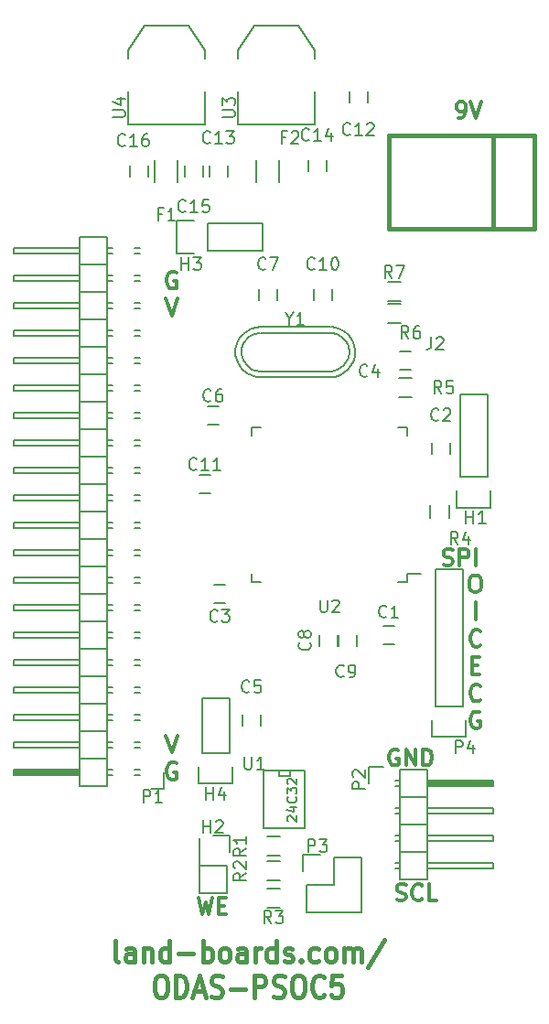
<source format=gbr>
G04 #@! TF.FileFunction,Legend,Top*
%FSLAX46Y46*%
G04 Gerber Fmt 4.6, Leading zero omitted, Abs format (unit mm)*
G04 Created by KiCad (PCBNEW (after 2015-mar-04 BZR unknown)-product) date 11/7/2016 11:50:26 AM*
%MOMM*%
G01*
G04 APERTURE LIST*
%ADD10C,0.100000*%
%ADD11C,0.300000*%
%ADD12C,0.450000*%
%ADD13C,0.150000*%
%ADD14C,0.127000*%
%ADD15C,0.381000*%
%ADD16C,0.203200*%
%ADD17C,0.152400*%
G04 APERTURE END LIST*
D10*
D11*
X25815774Y-36299000D02*
X25664583Y-36223405D01*
X25437798Y-36223405D01*
X25211012Y-36299000D01*
X25059821Y-36450190D01*
X24984226Y-36601381D01*
X24908631Y-36903762D01*
X24908631Y-37130548D01*
X24984226Y-37432929D01*
X25059821Y-37584119D01*
X25211012Y-37735310D01*
X25437798Y-37810905D01*
X25588988Y-37810905D01*
X25815774Y-37735310D01*
X25891369Y-37659714D01*
X25891369Y-37130548D01*
X25588988Y-37130548D01*
X24870833Y-38745905D02*
X25400000Y-40333405D01*
X25929167Y-38745905D01*
X50534286Y-63345143D02*
X50748572Y-63416571D01*
X51105715Y-63416571D01*
X51248572Y-63345143D01*
X51320001Y-63273714D01*
X51391429Y-63130857D01*
X51391429Y-62988000D01*
X51320001Y-62845143D01*
X51248572Y-62773714D01*
X51105715Y-62702286D01*
X50820001Y-62630857D01*
X50677143Y-62559429D01*
X50605715Y-62488000D01*
X50534286Y-62345143D01*
X50534286Y-62202286D01*
X50605715Y-62059429D01*
X50677143Y-61988000D01*
X50820001Y-61916571D01*
X51177143Y-61916571D01*
X51391429Y-61988000D01*
X52034286Y-63416571D02*
X52034286Y-61916571D01*
X52605714Y-61916571D01*
X52748572Y-61988000D01*
X52820000Y-62059429D01*
X52891429Y-62202286D01*
X52891429Y-62416571D01*
X52820000Y-62559429D01*
X52748572Y-62630857D01*
X52605714Y-62702286D01*
X52034286Y-62702286D01*
X53534286Y-63416571D02*
X53534286Y-61916571D01*
X53348810Y-64324405D02*
X53651191Y-64324405D01*
X53802382Y-64400000D01*
X53953572Y-64551190D01*
X54029167Y-64853571D01*
X54029167Y-65382738D01*
X53953572Y-65685119D01*
X53802382Y-65836310D01*
X53651191Y-65911905D01*
X53348810Y-65911905D01*
X53197620Y-65836310D01*
X53046429Y-65685119D01*
X52970834Y-65382738D01*
X52970834Y-64853571D01*
X53046429Y-64551190D01*
X53197620Y-64400000D01*
X53348810Y-64324405D01*
X53500000Y-68434405D02*
X53500000Y-66846905D01*
X53991369Y-70805714D02*
X53915774Y-70881310D01*
X53688988Y-70956905D01*
X53537798Y-70956905D01*
X53311012Y-70881310D01*
X53159821Y-70730119D01*
X53084226Y-70578929D01*
X53008631Y-70276548D01*
X53008631Y-70049762D01*
X53084226Y-69747381D01*
X53159821Y-69596190D01*
X53311012Y-69445000D01*
X53537798Y-69369405D01*
X53688988Y-69369405D01*
X53915774Y-69445000D01*
X53991369Y-69520595D01*
X53159821Y-72647857D02*
X53688988Y-72647857D01*
X53915774Y-73479405D02*
X53159821Y-73479405D01*
X53159821Y-71891905D01*
X53915774Y-71891905D01*
X53991369Y-75850714D02*
X53915774Y-75926310D01*
X53688988Y-76001905D01*
X53537798Y-76001905D01*
X53311012Y-75926310D01*
X53159821Y-75775119D01*
X53084226Y-75623929D01*
X53008631Y-75321548D01*
X53008631Y-75094762D01*
X53084226Y-74792381D01*
X53159821Y-74641190D01*
X53311012Y-74490000D01*
X53537798Y-74414405D01*
X53688988Y-74414405D01*
X53915774Y-74490000D01*
X53991369Y-74565595D01*
X53915774Y-77012500D02*
X53764583Y-76936905D01*
X53537798Y-76936905D01*
X53311012Y-77012500D01*
X53159821Y-77163690D01*
X53084226Y-77314881D01*
X53008631Y-77617262D01*
X53008631Y-77844048D01*
X53084226Y-78146429D01*
X53159821Y-78297619D01*
X53311012Y-78448810D01*
X53537798Y-78524405D01*
X53688988Y-78524405D01*
X53915774Y-78448810D01*
X53991369Y-78373214D01*
X53991369Y-77844048D01*
X53688988Y-77844048D01*
X46214286Y-94357143D02*
X46428572Y-94428571D01*
X46785715Y-94428571D01*
X46928572Y-94357143D01*
X47000001Y-94285714D01*
X47071429Y-94142857D01*
X47071429Y-94000000D01*
X47000001Y-93857143D01*
X46928572Y-93785714D01*
X46785715Y-93714286D01*
X46500001Y-93642857D01*
X46357143Y-93571429D01*
X46285715Y-93500000D01*
X46214286Y-93357143D01*
X46214286Y-93214286D01*
X46285715Y-93071429D01*
X46357143Y-93000000D01*
X46500001Y-92928571D01*
X46857143Y-92928571D01*
X47071429Y-93000000D01*
X48571429Y-94285714D02*
X48500000Y-94357143D01*
X48285714Y-94428571D01*
X48142857Y-94428571D01*
X47928572Y-94357143D01*
X47785714Y-94214286D01*
X47714286Y-94071429D01*
X47642857Y-93785714D01*
X47642857Y-93571429D01*
X47714286Y-93285714D01*
X47785714Y-93142857D01*
X47928572Y-93000000D01*
X48142857Y-92928571D01*
X48285714Y-92928571D01*
X48500000Y-93000000D01*
X48571429Y-93071429D01*
X49928572Y-94428571D02*
X49214286Y-94428571D01*
X49214286Y-92928571D01*
X46357143Y-80500000D02*
X46214286Y-80428571D01*
X46000000Y-80428571D01*
X45785715Y-80500000D01*
X45642857Y-80642857D01*
X45571429Y-80785714D01*
X45500000Y-81071429D01*
X45500000Y-81285714D01*
X45571429Y-81571429D01*
X45642857Y-81714286D01*
X45785715Y-81857143D01*
X46000000Y-81928571D01*
X46142857Y-81928571D01*
X46357143Y-81857143D01*
X46428572Y-81785714D01*
X46428572Y-81285714D01*
X46142857Y-81285714D01*
X47071429Y-81928571D02*
X47071429Y-80428571D01*
X47928572Y-81928571D01*
X47928572Y-80428571D01*
X48642858Y-81928571D02*
X48642858Y-80428571D01*
X49000001Y-80428571D01*
X49214286Y-80500000D01*
X49357144Y-80642857D01*
X49428572Y-80785714D01*
X49500001Y-81071429D01*
X49500001Y-81285714D01*
X49428572Y-81571429D01*
X49357144Y-81714286D01*
X49214286Y-81857143D01*
X49000001Y-81928571D01*
X48642858Y-81928571D01*
X27888572Y-94174571D02*
X28245715Y-95674571D01*
X28531429Y-94603143D01*
X28817143Y-95674571D01*
X29174286Y-94174571D01*
X29745715Y-94888857D02*
X30245715Y-94888857D01*
X30460001Y-95674571D02*
X29745715Y-95674571D01*
X29745715Y-94174571D01*
X30460001Y-94174571D01*
X24870833Y-79149405D02*
X25400000Y-80736905D01*
X25929167Y-79149405D01*
X25815774Y-81747500D02*
X25664583Y-81671905D01*
X25437798Y-81671905D01*
X25211012Y-81747500D01*
X25059821Y-81898690D01*
X24984226Y-82049881D01*
X24908631Y-82352262D01*
X24908631Y-82579048D01*
X24984226Y-82881429D01*
X25059821Y-83032619D01*
X25211012Y-83183810D01*
X25437798Y-83259405D01*
X25588988Y-83259405D01*
X25815774Y-83183810D01*
X25891369Y-83108214D01*
X25891369Y-82579048D01*
X25588988Y-82579048D01*
X51903429Y-22014571D02*
X52189144Y-22014571D01*
X52332001Y-21943143D01*
X52403429Y-21871714D01*
X52546287Y-21657429D01*
X52617715Y-21371714D01*
X52617715Y-20800286D01*
X52546287Y-20657429D01*
X52474858Y-20586000D01*
X52332001Y-20514571D01*
X52046287Y-20514571D01*
X51903429Y-20586000D01*
X51832001Y-20657429D01*
X51760572Y-20800286D01*
X51760572Y-21157429D01*
X51832001Y-21300286D01*
X51903429Y-21371714D01*
X52046287Y-21443143D01*
X52332001Y-21443143D01*
X52474858Y-21371714D01*
X52546287Y-21300286D01*
X52617715Y-21157429D01*
X53046286Y-20514571D02*
X53546286Y-22014571D01*
X54046286Y-20514571D01*
D12*
X20469145Y-100117762D02*
X20297717Y-100022524D01*
X20212002Y-99832048D01*
X20212002Y-98117762D01*
X21926288Y-100117762D02*
X21926288Y-99070143D01*
X21840574Y-98879667D01*
X21669145Y-98784429D01*
X21326288Y-98784429D01*
X21154859Y-98879667D01*
X21926288Y-100022524D02*
X21754859Y-100117762D01*
X21326288Y-100117762D01*
X21154859Y-100022524D01*
X21069145Y-99832048D01*
X21069145Y-99641571D01*
X21154859Y-99451095D01*
X21326288Y-99355857D01*
X21754859Y-99355857D01*
X21926288Y-99260619D01*
X22783430Y-98784429D02*
X22783430Y-100117762D01*
X22783430Y-98974905D02*
X22869145Y-98879667D01*
X23040573Y-98784429D01*
X23297716Y-98784429D01*
X23469145Y-98879667D01*
X23554859Y-99070143D01*
X23554859Y-100117762D01*
X25183430Y-100117762D02*
X25183430Y-98117762D01*
X25183430Y-100022524D02*
X25012001Y-100117762D01*
X24669144Y-100117762D01*
X24497716Y-100022524D01*
X24412001Y-99927286D01*
X24326287Y-99736810D01*
X24326287Y-99165381D01*
X24412001Y-98974905D01*
X24497716Y-98879667D01*
X24669144Y-98784429D01*
X25012001Y-98784429D01*
X25183430Y-98879667D01*
X26040572Y-99355857D02*
X27412001Y-99355857D01*
X28269143Y-100117762D02*
X28269143Y-98117762D01*
X28269143Y-98879667D02*
X28440572Y-98784429D01*
X28783429Y-98784429D01*
X28954858Y-98879667D01*
X29040572Y-98974905D01*
X29126286Y-99165381D01*
X29126286Y-99736810D01*
X29040572Y-99927286D01*
X28954858Y-100022524D01*
X28783429Y-100117762D01*
X28440572Y-100117762D01*
X28269143Y-100022524D01*
X30154857Y-100117762D02*
X29983429Y-100022524D01*
X29897714Y-99927286D01*
X29812000Y-99736810D01*
X29812000Y-99165381D01*
X29897714Y-98974905D01*
X29983429Y-98879667D01*
X30154857Y-98784429D01*
X30412000Y-98784429D01*
X30583429Y-98879667D01*
X30669143Y-98974905D01*
X30754857Y-99165381D01*
X30754857Y-99736810D01*
X30669143Y-99927286D01*
X30583429Y-100022524D01*
X30412000Y-100117762D01*
X30154857Y-100117762D01*
X32297714Y-100117762D02*
X32297714Y-99070143D01*
X32212000Y-98879667D01*
X32040571Y-98784429D01*
X31697714Y-98784429D01*
X31526285Y-98879667D01*
X32297714Y-100022524D02*
X32126285Y-100117762D01*
X31697714Y-100117762D01*
X31526285Y-100022524D01*
X31440571Y-99832048D01*
X31440571Y-99641571D01*
X31526285Y-99451095D01*
X31697714Y-99355857D01*
X32126285Y-99355857D01*
X32297714Y-99260619D01*
X33154856Y-100117762D02*
X33154856Y-98784429D01*
X33154856Y-99165381D02*
X33240571Y-98974905D01*
X33326285Y-98879667D01*
X33497714Y-98784429D01*
X33669142Y-98784429D01*
X35040571Y-100117762D02*
X35040571Y-98117762D01*
X35040571Y-100022524D02*
X34869142Y-100117762D01*
X34526285Y-100117762D01*
X34354857Y-100022524D01*
X34269142Y-99927286D01*
X34183428Y-99736810D01*
X34183428Y-99165381D01*
X34269142Y-98974905D01*
X34354857Y-98879667D01*
X34526285Y-98784429D01*
X34869142Y-98784429D01*
X35040571Y-98879667D01*
X35811999Y-100022524D02*
X35983428Y-100117762D01*
X36326285Y-100117762D01*
X36497713Y-100022524D01*
X36583428Y-99832048D01*
X36583428Y-99736810D01*
X36497713Y-99546333D01*
X36326285Y-99451095D01*
X36069142Y-99451095D01*
X35897713Y-99355857D01*
X35811999Y-99165381D01*
X35811999Y-99070143D01*
X35897713Y-98879667D01*
X36069142Y-98784429D01*
X36326285Y-98784429D01*
X36497713Y-98879667D01*
X37354856Y-99927286D02*
X37440571Y-100022524D01*
X37354856Y-100117762D01*
X37269142Y-100022524D01*
X37354856Y-99927286D01*
X37354856Y-100117762D01*
X38983428Y-100022524D02*
X38811999Y-100117762D01*
X38469142Y-100117762D01*
X38297714Y-100022524D01*
X38211999Y-99927286D01*
X38126285Y-99736810D01*
X38126285Y-99165381D01*
X38211999Y-98974905D01*
X38297714Y-98879667D01*
X38469142Y-98784429D01*
X38811999Y-98784429D01*
X38983428Y-98879667D01*
X40011999Y-100117762D02*
X39840571Y-100022524D01*
X39754856Y-99927286D01*
X39669142Y-99736810D01*
X39669142Y-99165381D01*
X39754856Y-98974905D01*
X39840571Y-98879667D01*
X40011999Y-98784429D01*
X40269142Y-98784429D01*
X40440571Y-98879667D01*
X40526285Y-98974905D01*
X40611999Y-99165381D01*
X40611999Y-99736810D01*
X40526285Y-99927286D01*
X40440571Y-100022524D01*
X40269142Y-100117762D01*
X40011999Y-100117762D01*
X41383427Y-100117762D02*
X41383427Y-98784429D01*
X41383427Y-98974905D02*
X41469142Y-98879667D01*
X41640570Y-98784429D01*
X41897713Y-98784429D01*
X42069142Y-98879667D01*
X42154856Y-99070143D01*
X42154856Y-100117762D01*
X42154856Y-99070143D02*
X42240570Y-98879667D01*
X42411999Y-98784429D01*
X42669142Y-98784429D01*
X42840570Y-98879667D01*
X42926285Y-99070143D01*
X42926285Y-100117762D01*
X45069142Y-98022524D02*
X43526285Y-100593952D01*
X24240572Y-101367762D02*
X24583429Y-101367762D01*
X24754857Y-101463000D01*
X24926286Y-101653476D01*
X25012000Y-102034429D01*
X25012000Y-102701095D01*
X24926286Y-103082048D01*
X24754857Y-103272524D01*
X24583429Y-103367762D01*
X24240572Y-103367762D01*
X24069143Y-103272524D01*
X23897714Y-103082048D01*
X23812000Y-102701095D01*
X23812000Y-102034429D01*
X23897714Y-101653476D01*
X24069143Y-101463000D01*
X24240572Y-101367762D01*
X25783428Y-103367762D02*
X25783428Y-101367762D01*
X26212000Y-101367762D01*
X26469143Y-101463000D01*
X26640571Y-101653476D01*
X26726286Y-101843952D01*
X26812000Y-102224905D01*
X26812000Y-102510619D01*
X26726286Y-102891571D01*
X26640571Y-103082048D01*
X26469143Y-103272524D01*
X26212000Y-103367762D01*
X25783428Y-103367762D01*
X27497714Y-102796333D02*
X28354857Y-102796333D01*
X27326286Y-103367762D02*
X27926286Y-101367762D01*
X28526286Y-103367762D01*
X29040571Y-103272524D02*
X29297714Y-103367762D01*
X29726285Y-103367762D01*
X29897714Y-103272524D01*
X29983428Y-103177286D01*
X30069143Y-102986810D01*
X30069143Y-102796333D01*
X29983428Y-102605857D01*
X29897714Y-102510619D01*
X29726285Y-102415381D01*
X29383428Y-102320143D01*
X29212000Y-102224905D01*
X29126285Y-102129667D01*
X29040571Y-101939190D01*
X29040571Y-101748714D01*
X29126285Y-101558238D01*
X29212000Y-101463000D01*
X29383428Y-101367762D01*
X29812000Y-101367762D01*
X30069143Y-101463000D01*
X30840571Y-102605857D02*
X32212000Y-102605857D01*
X33069142Y-103367762D02*
X33069142Y-101367762D01*
X33754857Y-101367762D01*
X33926285Y-101463000D01*
X34012000Y-101558238D01*
X34097714Y-101748714D01*
X34097714Y-102034429D01*
X34012000Y-102224905D01*
X33926285Y-102320143D01*
X33754857Y-102415381D01*
X33069142Y-102415381D01*
X34783428Y-103272524D02*
X35040571Y-103367762D01*
X35469142Y-103367762D01*
X35640571Y-103272524D01*
X35726285Y-103177286D01*
X35812000Y-102986810D01*
X35812000Y-102796333D01*
X35726285Y-102605857D01*
X35640571Y-102510619D01*
X35469142Y-102415381D01*
X35126285Y-102320143D01*
X34954857Y-102224905D01*
X34869142Y-102129667D01*
X34783428Y-101939190D01*
X34783428Y-101748714D01*
X34869142Y-101558238D01*
X34954857Y-101463000D01*
X35126285Y-101367762D01*
X35554857Y-101367762D01*
X35812000Y-101463000D01*
X36926286Y-101367762D02*
X37269143Y-101367762D01*
X37440571Y-101463000D01*
X37612000Y-101653476D01*
X37697714Y-102034429D01*
X37697714Y-102701095D01*
X37612000Y-103082048D01*
X37440571Y-103272524D01*
X37269143Y-103367762D01*
X36926286Y-103367762D01*
X36754857Y-103272524D01*
X36583428Y-103082048D01*
X36497714Y-102701095D01*
X36497714Y-102034429D01*
X36583428Y-101653476D01*
X36754857Y-101463000D01*
X36926286Y-101367762D01*
X39497714Y-103177286D02*
X39412000Y-103272524D01*
X39154857Y-103367762D01*
X38983428Y-103367762D01*
X38726285Y-103272524D01*
X38554857Y-103082048D01*
X38469142Y-102891571D01*
X38383428Y-102510619D01*
X38383428Y-102224905D01*
X38469142Y-101843952D01*
X38554857Y-101653476D01*
X38726285Y-101463000D01*
X38983428Y-101367762D01*
X39154857Y-101367762D01*
X39412000Y-101463000D01*
X39497714Y-101558238D01*
X41126285Y-101367762D02*
X40269142Y-101367762D01*
X40183428Y-102320143D01*
X40269142Y-102224905D01*
X40440571Y-102129667D01*
X40869142Y-102129667D01*
X41040571Y-102224905D01*
X41126285Y-102320143D01*
X41212000Y-102510619D01*
X41212000Y-102986810D01*
X41126285Y-103177286D01*
X41040571Y-103272524D01*
X40869142Y-103367762D01*
X40440571Y-103367762D01*
X40269142Y-103272524D01*
X40183428Y-103177286D01*
D13*
X47180000Y-64960000D02*
X47180000Y-64235000D01*
X32830000Y-64960000D02*
X32830000Y-64160000D01*
X32830000Y-50610000D02*
X32830000Y-51410000D01*
X47180000Y-50610000D02*
X47180000Y-51410000D01*
X47180000Y-64960000D02*
X46380000Y-64960000D01*
X47180000Y-50610000D02*
X46380000Y-50610000D01*
X32830000Y-50610000D02*
X33630000Y-50610000D01*
X32830000Y-64960000D02*
X33630000Y-64960000D01*
X47180000Y-64235000D02*
X48455000Y-64235000D01*
X45966000Y-69000000D02*
X44966000Y-69000000D01*
X44966000Y-70700000D02*
X45966000Y-70700000D01*
X49442000Y-52078000D02*
X49442000Y-53078000D01*
X51142000Y-53078000D02*
X51142000Y-52078000D01*
X29345000Y-66890000D02*
X30345000Y-66890000D01*
X30345000Y-65190000D02*
X29345000Y-65190000D01*
X46490000Y-45300000D02*
X47490000Y-45300000D01*
X47490000Y-43600000D02*
X46490000Y-43600000D01*
X31916000Y-77224000D02*
X31916000Y-78224000D01*
X33616000Y-78224000D02*
X33616000Y-77224000D01*
X28710000Y-50380000D02*
X29710000Y-50380000D01*
X29710000Y-48680000D02*
X28710000Y-48680000D01*
X39028000Y-69858000D02*
X39028000Y-70858000D01*
X40728000Y-70858000D02*
X40728000Y-69858000D01*
X40806000Y-69858000D02*
X40806000Y-70858000D01*
X42506000Y-70858000D02*
X42506000Y-69858000D01*
X28948000Y-55030000D02*
X27948000Y-55030000D01*
X27948000Y-56730000D02*
X28948000Y-56730000D01*
X25967000Y-25924000D02*
X25967000Y-27924000D01*
X23817000Y-27924000D02*
X23817000Y-25924000D01*
X35365000Y-25924000D02*
X35365000Y-27924000D01*
X33215000Y-27924000D02*
X33215000Y-25924000D01*
X54610000Y-55245000D02*
X54610000Y-47625000D01*
X52070000Y-55245000D02*
X52070000Y-47625000D01*
X51790000Y-58065000D02*
X51790000Y-56515000D01*
X54610000Y-47625000D02*
X52070000Y-47625000D01*
X52070000Y-55245000D02*
X54610000Y-55245000D01*
X54890000Y-56515000D02*
X54890000Y-58065000D01*
X54890000Y-58065000D02*
X51790000Y-58065000D01*
X29210000Y-88366000D02*
X30760000Y-88366000D01*
X30760000Y-89916000D02*
X30760000Y-88366000D01*
X27940000Y-88646000D02*
X27940000Y-91186000D01*
X30480000Y-93726000D02*
X30480000Y-91186000D01*
X30480000Y-91186000D02*
X27940000Y-91186000D01*
X27940000Y-91186000D02*
X27940000Y-93726000D01*
X27940000Y-93726000D02*
X30480000Y-93726000D01*
X28702000Y-34290000D02*
X33782000Y-34290000D01*
X33782000Y-34290000D02*
X33782000Y-31750000D01*
X33782000Y-31750000D02*
X28702000Y-31750000D01*
X25882000Y-31470000D02*
X27432000Y-31470000D01*
X28702000Y-31750000D02*
X28702000Y-34290000D01*
X27432000Y-34570000D02*
X25882000Y-34570000D01*
X25882000Y-34570000D02*
X25882000Y-31470000D01*
X30734000Y-80772000D02*
X30734000Y-75692000D01*
X30734000Y-75692000D02*
X28194000Y-75692000D01*
X28194000Y-75692000D02*
X28194000Y-80772000D01*
X27914000Y-83592000D02*
X27914000Y-82042000D01*
X28194000Y-80772000D02*
X30734000Y-80772000D01*
X31014000Y-82042000D02*
X31014000Y-83592000D01*
X31014000Y-83592000D02*
X27914000Y-83592000D01*
X34198000Y-88533000D02*
X35398000Y-88533000D01*
X35398000Y-90283000D02*
X34198000Y-90283000D01*
X34198000Y-90819000D02*
X35398000Y-90819000D01*
X35398000Y-92569000D02*
X34198000Y-92569000D01*
X34198000Y-93359000D02*
X35398000Y-93359000D01*
X35398000Y-95109000D02*
X34198000Y-95109000D01*
X49290000Y-59020000D02*
X49290000Y-57820000D01*
X51040000Y-57820000D02*
X51040000Y-59020000D01*
X47590000Y-47865000D02*
X46390000Y-47865000D01*
X46390000Y-46115000D02*
X47590000Y-46115000D01*
D14*
X34036000Y-82423000D02*
X33909000Y-82423000D01*
X33909000Y-82423000D02*
X33909000Y-87757000D01*
X37719000Y-87757000D02*
X37719000Y-82423000D01*
X37719000Y-82423000D02*
X34036000Y-82423000D01*
X36322000Y-82423000D02*
X36322000Y-82931000D01*
X36322000Y-82931000D02*
X35306000Y-82931000D01*
X35306000Y-82931000D02*
X35306000Y-82423000D01*
X37719000Y-87757000D02*
X33909000Y-87757000D01*
D15*
X58166000Y-32258000D02*
X58928000Y-32258000D01*
X58928000Y-32258000D02*
X58928000Y-23622000D01*
X58928000Y-23622000D02*
X58166000Y-23622000D01*
X55118000Y-32258000D02*
X55118000Y-23622000D01*
X45466000Y-32258000D02*
X45466000Y-23622000D01*
X58166000Y-23622000D02*
X45466000Y-23622000D01*
X58166000Y-32258000D02*
X45466000Y-32258000D01*
D16*
X31496000Y-19558000D02*
X31496000Y-22606000D01*
X31496000Y-22606000D02*
X38608000Y-22606000D01*
X38608000Y-22606000D02*
X38608000Y-19558000D01*
X31496000Y-16510000D02*
X31496000Y-15748000D01*
X31496000Y-15748000D02*
X33020000Y-13462000D01*
X33020000Y-13462000D02*
X37084000Y-13462000D01*
X37084000Y-13462000D02*
X38608000Y-15748000D01*
X38608000Y-15748000D02*
X38608000Y-16510000D01*
X21336000Y-19558000D02*
X21336000Y-22606000D01*
X21336000Y-22606000D02*
X28448000Y-22606000D01*
X28448000Y-22606000D02*
X28448000Y-19558000D01*
X21336000Y-16510000D02*
X21336000Y-15748000D01*
X21336000Y-15748000D02*
X22860000Y-13462000D01*
X22860000Y-13462000D02*
X26924000Y-13462000D01*
X26924000Y-13462000D02*
X28448000Y-15748000D01*
X28448000Y-15748000D02*
X28448000Y-16510000D01*
D13*
X21971000Y-72644000D02*
X22479000Y-72644000D01*
X21971000Y-72136000D02*
X22479000Y-72136000D01*
X21971000Y-70104000D02*
X22479000Y-70104000D01*
X21971000Y-69596000D02*
X22479000Y-69596000D01*
X21971000Y-74676000D02*
X22479000Y-74676000D01*
X21971000Y-75184000D02*
X22479000Y-75184000D01*
X21971000Y-77216000D02*
X22479000Y-77216000D01*
X21971000Y-77724000D02*
X22479000Y-77724000D01*
X21971000Y-79756000D02*
X22479000Y-79756000D01*
X21971000Y-80264000D02*
X22479000Y-80264000D01*
X21971000Y-82296000D02*
X22479000Y-82296000D01*
X21971000Y-82804000D02*
X22479000Y-82804000D01*
X21971000Y-42164000D02*
X22479000Y-42164000D01*
X21971000Y-41656000D02*
X22479000Y-41656000D01*
X21971000Y-39624000D02*
X22479000Y-39624000D01*
X21971000Y-39116000D02*
X22479000Y-39116000D01*
X21971000Y-44196000D02*
X22479000Y-44196000D01*
X21971000Y-44704000D02*
X22479000Y-44704000D01*
X21971000Y-46736000D02*
X22479000Y-46736000D01*
X21971000Y-47244000D02*
X22479000Y-47244000D01*
X21971000Y-37084000D02*
X22479000Y-37084000D01*
X21971000Y-36576000D02*
X22479000Y-36576000D01*
X21971000Y-34544000D02*
X22479000Y-34544000D01*
X21971000Y-34036000D02*
X22479000Y-34036000D01*
X21971000Y-52324000D02*
X22479000Y-52324000D01*
X21971000Y-51816000D02*
X22479000Y-51816000D01*
X21971000Y-49784000D02*
X22479000Y-49784000D01*
X21971000Y-49276000D02*
X22479000Y-49276000D01*
X21971000Y-54356000D02*
X22479000Y-54356000D01*
X21971000Y-54864000D02*
X22479000Y-54864000D01*
X21971000Y-56896000D02*
X22479000Y-56896000D01*
X21971000Y-57404000D02*
X22479000Y-57404000D01*
X21971000Y-67564000D02*
X22479000Y-67564000D01*
X21971000Y-67056000D02*
X22479000Y-67056000D01*
X21971000Y-65024000D02*
X22479000Y-65024000D01*
X21971000Y-64516000D02*
X22479000Y-64516000D01*
X21971000Y-59436000D02*
X22479000Y-59436000D01*
X21971000Y-59944000D02*
X22479000Y-59944000D01*
X21971000Y-61976000D02*
X22479000Y-61976000D01*
X21971000Y-62484000D02*
X22479000Y-62484000D01*
X19431000Y-37084000D02*
X19939000Y-37084000D01*
X19431000Y-36576000D02*
X19939000Y-36576000D01*
X19431000Y-34544000D02*
X19939000Y-34544000D01*
X19431000Y-34036000D02*
X19939000Y-34036000D01*
X19431000Y-39116000D02*
X19939000Y-39116000D01*
X19431000Y-39624000D02*
X19939000Y-39624000D01*
X19431000Y-41656000D02*
X19939000Y-41656000D01*
X19431000Y-42164000D02*
X19939000Y-42164000D01*
X19431000Y-57404000D02*
X19939000Y-57404000D01*
X19431000Y-56896000D02*
X19939000Y-56896000D01*
X19431000Y-54864000D02*
X19939000Y-54864000D01*
X19431000Y-54356000D02*
X19939000Y-54356000D01*
X19431000Y-59436000D02*
X19939000Y-59436000D01*
X19431000Y-59944000D02*
X19939000Y-59944000D01*
X19431000Y-61976000D02*
X19939000Y-61976000D01*
X19431000Y-62484000D02*
X19939000Y-62484000D01*
X19431000Y-52324000D02*
X19939000Y-52324000D01*
X19431000Y-51816000D02*
X19939000Y-51816000D01*
X19431000Y-49784000D02*
X19939000Y-49784000D01*
X19431000Y-49276000D02*
X19939000Y-49276000D01*
X19431000Y-44196000D02*
X19939000Y-44196000D01*
X19431000Y-44704000D02*
X19939000Y-44704000D01*
X19431000Y-46736000D02*
X19939000Y-46736000D01*
X19431000Y-47244000D02*
X19939000Y-47244000D01*
X19431000Y-67564000D02*
X19939000Y-67564000D01*
X19431000Y-67056000D02*
X19939000Y-67056000D01*
X19431000Y-65024000D02*
X19939000Y-65024000D01*
X19431000Y-64516000D02*
X19939000Y-64516000D01*
X19431000Y-69596000D02*
X19939000Y-69596000D01*
X19431000Y-70104000D02*
X19939000Y-70104000D01*
X19431000Y-72136000D02*
X19939000Y-72136000D01*
X19431000Y-72644000D02*
X19939000Y-72644000D01*
X19431000Y-82804000D02*
X19939000Y-82804000D01*
X19431000Y-82296000D02*
X19939000Y-82296000D01*
X19431000Y-80264000D02*
X19939000Y-80264000D01*
X19431000Y-79756000D02*
X19939000Y-79756000D01*
X19431000Y-74676000D02*
X19939000Y-74676000D01*
X19431000Y-75184000D02*
X19939000Y-75184000D01*
X19431000Y-77216000D02*
X19939000Y-77216000D01*
X19431000Y-77724000D02*
X19939000Y-77724000D01*
X23495000Y-84100000D02*
X24645000Y-84100000D01*
X24645000Y-84100000D02*
X24645000Y-82550000D01*
X16891000Y-82677000D02*
X10922000Y-82677000D01*
X10922000Y-82677000D02*
X10922000Y-82423000D01*
X10922000Y-82423000D02*
X16764000Y-82423000D01*
X16764000Y-82423000D02*
X16764000Y-82550000D01*
X16764000Y-82550000D02*
X10922000Y-82550000D01*
X19431000Y-43180000D02*
X16891000Y-43180000D01*
X19431000Y-43180000D02*
X19431000Y-40640000D01*
X19431000Y-40640000D02*
X16891000Y-40640000D01*
X16891000Y-42164000D02*
X10795000Y-42164000D01*
X10795000Y-42164000D02*
X10795000Y-41656000D01*
X10795000Y-41656000D02*
X16891000Y-41656000D01*
X16891000Y-40640000D02*
X16891000Y-43180000D01*
X16891000Y-38100000D02*
X16891000Y-40640000D01*
X10795000Y-39116000D02*
X16891000Y-39116000D01*
X10795000Y-39624000D02*
X10795000Y-39116000D01*
X16891000Y-39624000D02*
X10795000Y-39624000D01*
X19431000Y-38100000D02*
X16891000Y-38100000D01*
X19431000Y-40640000D02*
X19431000Y-38100000D01*
X19431000Y-40640000D02*
X16891000Y-40640000D01*
X19431000Y-35560000D02*
X16891000Y-35560000D01*
X19431000Y-35560000D02*
X19431000Y-33020000D01*
X16891000Y-34544000D02*
X10795000Y-34544000D01*
X10795000Y-34544000D02*
X10795000Y-34036000D01*
X10795000Y-34036000D02*
X16891000Y-34036000D01*
X16891000Y-33020000D02*
X16891000Y-35560000D01*
X16891000Y-35560000D02*
X16891000Y-38100000D01*
X10795000Y-36576000D02*
X16891000Y-36576000D01*
X10795000Y-37084000D02*
X10795000Y-36576000D01*
X16891000Y-37084000D02*
X10795000Y-37084000D01*
X19431000Y-35560000D02*
X16891000Y-35560000D01*
X19431000Y-38100000D02*
X19431000Y-35560000D01*
X19431000Y-38100000D02*
X16891000Y-38100000D01*
X19431000Y-33020000D02*
X16891000Y-33020000D01*
X19431000Y-63500000D02*
X16891000Y-63500000D01*
X19431000Y-63500000D02*
X19431000Y-60960000D01*
X19431000Y-60960000D02*
X16891000Y-60960000D01*
X16891000Y-62484000D02*
X10795000Y-62484000D01*
X10795000Y-62484000D02*
X10795000Y-61976000D01*
X10795000Y-61976000D02*
X16891000Y-61976000D01*
X16891000Y-60960000D02*
X16891000Y-63500000D01*
X16891000Y-58420000D02*
X16891000Y-60960000D01*
X10795000Y-59436000D02*
X16891000Y-59436000D01*
X10795000Y-59944000D02*
X10795000Y-59436000D01*
X16891000Y-59944000D02*
X10795000Y-59944000D01*
X19431000Y-58420000D02*
X16891000Y-58420000D01*
X19431000Y-60960000D02*
X19431000Y-58420000D01*
X19431000Y-60960000D02*
X16891000Y-60960000D01*
X19431000Y-55880000D02*
X16891000Y-55880000D01*
X19431000Y-55880000D02*
X19431000Y-53340000D01*
X19431000Y-53340000D02*
X16891000Y-53340000D01*
X16891000Y-54864000D02*
X10795000Y-54864000D01*
X10795000Y-54864000D02*
X10795000Y-54356000D01*
X10795000Y-54356000D02*
X16891000Y-54356000D01*
X16891000Y-53340000D02*
X16891000Y-55880000D01*
X16891000Y-55880000D02*
X16891000Y-58420000D01*
X10795000Y-56896000D02*
X16891000Y-56896000D01*
X10795000Y-57404000D02*
X10795000Y-56896000D01*
X16891000Y-57404000D02*
X10795000Y-57404000D01*
X19431000Y-55880000D02*
X16891000Y-55880000D01*
X19431000Y-58420000D02*
X19431000Y-55880000D01*
X19431000Y-58420000D02*
X16891000Y-58420000D01*
X19431000Y-48260000D02*
X16891000Y-48260000D01*
X19431000Y-48260000D02*
X19431000Y-45720000D01*
X19431000Y-45720000D02*
X16891000Y-45720000D01*
X16891000Y-47244000D02*
X10795000Y-47244000D01*
X10795000Y-47244000D02*
X10795000Y-46736000D01*
X10795000Y-46736000D02*
X16891000Y-46736000D01*
X16891000Y-45720000D02*
X16891000Y-48260000D01*
X16891000Y-43180000D02*
X16891000Y-45720000D01*
X10795000Y-44196000D02*
X16891000Y-44196000D01*
X10795000Y-44704000D02*
X10795000Y-44196000D01*
X16891000Y-44704000D02*
X10795000Y-44704000D01*
X19431000Y-43180000D02*
X16891000Y-43180000D01*
X19431000Y-45720000D02*
X19431000Y-43180000D01*
X19431000Y-45720000D02*
X16891000Y-45720000D01*
X19431000Y-50800000D02*
X16891000Y-50800000D01*
X19431000Y-50800000D02*
X19431000Y-48260000D01*
X19431000Y-48260000D02*
X16891000Y-48260000D01*
X16891000Y-49784000D02*
X10795000Y-49784000D01*
X10795000Y-49784000D02*
X10795000Y-49276000D01*
X10795000Y-49276000D02*
X16891000Y-49276000D01*
X16891000Y-48260000D02*
X16891000Y-50800000D01*
X16891000Y-50800000D02*
X16891000Y-53340000D01*
X10795000Y-51816000D02*
X16891000Y-51816000D01*
X10795000Y-52324000D02*
X10795000Y-51816000D01*
X16891000Y-52324000D02*
X10795000Y-52324000D01*
X19431000Y-50800000D02*
X16891000Y-50800000D01*
X19431000Y-53340000D02*
X19431000Y-50800000D01*
X19431000Y-53340000D02*
X16891000Y-53340000D01*
X19431000Y-73660000D02*
X16891000Y-73660000D01*
X19431000Y-73660000D02*
X19431000Y-71120000D01*
X19431000Y-71120000D02*
X16891000Y-71120000D01*
X16891000Y-72644000D02*
X10795000Y-72644000D01*
X10795000Y-72644000D02*
X10795000Y-72136000D01*
X10795000Y-72136000D02*
X16891000Y-72136000D01*
X16891000Y-71120000D02*
X16891000Y-73660000D01*
X16891000Y-68580000D02*
X16891000Y-71120000D01*
X10795000Y-69596000D02*
X16891000Y-69596000D01*
X10795000Y-70104000D02*
X10795000Y-69596000D01*
X16891000Y-70104000D02*
X10795000Y-70104000D01*
X19431000Y-68580000D02*
X16891000Y-68580000D01*
X19431000Y-71120000D02*
X19431000Y-68580000D01*
X19431000Y-71120000D02*
X16891000Y-71120000D01*
X19431000Y-66040000D02*
X16891000Y-66040000D01*
X19431000Y-66040000D02*
X19431000Y-63500000D01*
X19431000Y-63500000D02*
X16891000Y-63500000D01*
X16891000Y-65024000D02*
X10795000Y-65024000D01*
X10795000Y-65024000D02*
X10795000Y-64516000D01*
X10795000Y-64516000D02*
X16891000Y-64516000D01*
X16891000Y-63500000D02*
X16891000Y-66040000D01*
X16891000Y-66040000D02*
X16891000Y-68580000D01*
X10795000Y-67056000D02*
X16891000Y-67056000D01*
X10795000Y-67564000D02*
X10795000Y-67056000D01*
X16891000Y-67564000D02*
X10795000Y-67564000D01*
X19431000Y-66040000D02*
X16891000Y-66040000D01*
X19431000Y-68580000D02*
X19431000Y-66040000D01*
X19431000Y-68580000D02*
X16891000Y-68580000D01*
X19431000Y-78740000D02*
X16891000Y-78740000D01*
X19431000Y-78740000D02*
X19431000Y-76200000D01*
X19431000Y-76200000D02*
X16891000Y-76200000D01*
X16891000Y-77724000D02*
X10795000Y-77724000D01*
X10795000Y-77724000D02*
X10795000Y-77216000D01*
X10795000Y-77216000D02*
X16891000Y-77216000D01*
X16891000Y-76200000D02*
X16891000Y-78740000D01*
X16891000Y-73660000D02*
X16891000Y-76200000D01*
X10795000Y-74676000D02*
X16891000Y-74676000D01*
X10795000Y-75184000D02*
X10795000Y-74676000D01*
X16891000Y-75184000D02*
X10795000Y-75184000D01*
X19431000Y-73660000D02*
X16891000Y-73660000D01*
X19431000Y-76200000D02*
X19431000Y-73660000D01*
X19431000Y-76200000D02*
X16891000Y-76200000D01*
X19431000Y-81280000D02*
X16891000Y-81280000D01*
X19431000Y-81280000D02*
X19431000Y-78740000D01*
X19431000Y-78740000D02*
X16891000Y-78740000D01*
X16891000Y-80264000D02*
X10795000Y-80264000D01*
X10795000Y-80264000D02*
X10795000Y-79756000D01*
X10795000Y-79756000D02*
X16891000Y-79756000D01*
X16891000Y-78740000D02*
X16891000Y-81280000D01*
X16891000Y-81280000D02*
X16891000Y-83820000D01*
X10795000Y-82296000D02*
X16891000Y-82296000D01*
X10795000Y-82804000D02*
X10795000Y-82296000D01*
X16891000Y-82804000D02*
X10795000Y-82804000D01*
X19431000Y-81280000D02*
X16891000Y-81280000D01*
X19431000Y-83820000D02*
X19431000Y-81280000D01*
X19431000Y-83820000D02*
X16891000Y-83820000D01*
X35140000Y-38854000D02*
X35140000Y-37854000D01*
X33440000Y-37854000D02*
X33440000Y-38854000D01*
X40220000Y-38854000D02*
X40220000Y-37854000D01*
X38520000Y-37854000D02*
X38520000Y-38854000D01*
X45374000Y-39257000D02*
X46574000Y-39257000D01*
X46574000Y-41007000D02*
X45374000Y-41007000D01*
X45374000Y-37225000D02*
X46574000Y-37225000D01*
X46574000Y-38975000D02*
X45374000Y-38975000D01*
X41529000Y-42687240D02*
X41729660Y-43088560D01*
X41729660Y-43088560D02*
X41831260Y-43688000D01*
X41831260Y-43688000D02*
X41729660Y-44188380D01*
X41729660Y-44188380D02*
X41330880Y-44886880D01*
X41330880Y-44886880D02*
X40728900Y-45288200D01*
X40728900Y-45288200D02*
X40129460Y-45488860D01*
X40129460Y-45488860D02*
X33530540Y-45488860D01*
X33530540Y-45488860D02*
X32829500Y-45288200D01*
X32829500Y-45288200D02*
X32430720Y-44988480D01*
X32430720Y-44988480D02*
X32029400Y-44488100D01*
X32029400Y-44488100D02*
X31828740Y-43888660D01*
X31828740Y-43888660D02*
X31828740Y-43388280D01*
X31828740Y-43388280D02*
X32029400Y-42887900D01*
X32029400Y-42887900D02*
X32529780Y-42288460D01*
X32529780Y-42288460D02*
X33030160Y-41988740D01*
X33030160Y-41988740D02*
X33530540Y-41887140D01*
X33629600Y-41887140D02*
X40231060Y-41887140D01*
X40231060Y-41887140D02*
X40629840Y-41988740D01*
X40629840Y-41988740D02*
X41130220Y-42288460D01*
X41130220Y-42288460D02*
X41630600Y-42788840D01*
X33639760Y-41358820D02*
X33180020Y-41407080D01*
X33180020Y-41407080D02*
X32781240Y-41518840D01*
X32781240Y-41518840D02*
X32349440Y-41737280D01*
X32349440Y-41737280D02*
X32059880Y-41968420D01*
X32059880Y-41968420D02*
X31729680Y-42318940D01*
X31729680Y-42318940D02*
X31440120Y-42857420D01*
X31440120Y-42857420D02*
X31310580Y-43456860D01*
X31310580Y-43456860D02*
X31310580Y-43967400D01*
X31310580Y-43967400D02*
X31480760Y-44668440D01*
X31480760Y-44668440D02*
X31879540Y-45257720D01*
X31879540Y-45257720D02*
X32339280Y-45628560D01*
X32339280Y-45628560D02*
X32760920Y-45836840D01*
X32760920Y-45836840D02*
X33210500Y-45996860D01*
X33210500Y-45996860D02*
X33649920Y-46027340D01*
X40990520Y-45808900D02*
X41368980Y-45587920D01*
X41368980Y-45587920D02*
X41689020Y-45308520D01*
X41689020Y-45308520D02*
X41940480Y-44978320D01*
X41940480Y-44978320D02*
X42240200Y-44427140D01*
X42240200Y-44427140D02*
X42349420Y-43957240D01*
X42349420Y-43957240D02*
X42369740Y-43497500D01*
X42369740Y-43497500D02*
X42280840Y-43037760D01*
X42280840Y-43037760D02*
X42090340Y-42588180D01*
X42090340Y-42588180D02*
X41729660Y-42118280D01*
X41729660Y-42118280D02*
X41379140Y-41798240D01*
X41379140Y-41798240D02*
X40990520Y-41567100D01*
X40990520Y-41567100D02*
X40561260Y-41427400D01*
X40561260Y-41427400D02*
X40119300Y-41358820D01*
X33629600Y-46017180D02*
X40081200Y-46017180D01*
X40081200Y-46017180D02*
X40500300Y-45979080D01*
X40500300Y-45979080D02*
X40990520Y-45808900D01*
X33629600Y-41358820D02*
X40081200Y-41358820D01*
X41822000Y-19566000D02*
X41822000Y-20566000D01*
X43522000Y-20566000D02*
X43522000Y-19566000D01*
X30568000Y-27424000D02*
X30568000Y-26424000D01*
X28868000Y-26424000D02*
X28868000Y-27424000D01*
X39712000Y-26916000D02*
X39712000Y-25916000D01*
X38012000Y-25916000D02*
X38012000Y-26916000D01*
X28282000Y-27424000D02*
X28282000Y-26424000D01*
X26582000Y-26424000D02*
X26582000Y-27424000D01*
X23202000Y-27424000D02*
X23202000Y-26424000D01*
X21502000Y-26424000D02*
X21502000Y-27424000D01*
X43658000Y-82016000D02*
X43658000Y-83566000D01*
X44958000Y-82016000D02*
X43658000Y-82016000D01*
X49149000Y-83439000D02*
X54991000Y-83439000D01*
X54991000Y-83439000D02*
X54991000Y-83693000D01*
X54991000Y-83693000D02*
X49149000Y-83693000D01*
X49149000Y-83693000D02*
X49149000Y-83566000D01*
X49149000Y-83566000D02*
X54991000Y-83566000D01*
X46482000Y-83312000D02*
X46101000Y-83312000D01*
X46482000Y-83820000D02*
X46101000Y-83820000D01*
X46482000Y-85852000D02*
X46101000Y-85852000D01*
X46482000Y-86360000D02*
X46101000Y-86360000D01*
X46482000Y-88392000D02*
X46101000Y-88392000D01*
X46482000Y-88900000D02*
X46101000Y-88900000D01*
X46482000Y-91440000D02*
X46101000Y-91440000D01*
X46482000Y-90932000D02*
X46101000Y-90932000D01*
X46482000Y-82296000D02*
X49022000Y-82296000D01*
X46482000Y-84836000D02*
X49022000Y-84836000D01*
X46482000Y-84836000D02*
X46482000Y-87376000D01*
X46482000Y-87376000D02*
X49022000Y-87376000D01*
X49022000Y-85852000D02*
X55118000Y-85852000D01*
X55118000Y-85852000D02*
X55118000Y-86360000D01*
X55118000Y-86360000D02*
X49022000Y-86360000D01*
X49022000Y-87376000D02*
X49022000Y-84836000D01*
X49022000Y-84836000D02*
X49022000Y-82296000D01*
X55118000Y-83820000D02*
X49022000Y-83820000D01*
X55118000Y-83312000D02*
X55118000Y-83820000D01*
X49022000Y-83312000D02*
X55118000Y-83312000D01*
X46482000Y-84836000D02*
X49022000Y-84836000D01*
X46482000Y-82296000D02*
X46482000Y-84836000D01*
X46482000Y-89916000D02*
X49022000Y-89916000D01*
X46482000Y-89916000D02*
X46482000Y-92456000D01*
X46482000Y-92456000D02*
X49022000Y-92456000D01*
X49022000Y-90932000D02*
X55118000Y-90932000D01*
X55118000Y-90932000D02*
X55118000Y-91440000D01*
X55118000Y-91440000D02*
X49022000Y-91440000D01*
X49022000Y-92456000D02*
X49022000Y-89916000D01*
X49022000Y-89916000D02*
X49022000Y-87376000D01*
X55118000Y-88900000D02*
X49022000Y-88900000D01*
X55118000Y-88392000D02*
X55118000Y-88900000D01*
X49022000Y-88392000D02*
X55118000Y-88392000D01*
X46482000Y-89916000D02*
X49022000Y-89916000D01*
X46482000Y-87376000D02*
X46482000Y-89916000D01*
X46482000Y-87376000D02*
X49022000Y-87376000D01*
X37566000Y-91694000D02*
X37566000Y-90144000D01*
X39116000Y-90144000D02*
X37566000Y-90144000D01*
X37846000Y-92964000D02*
X40386000Y-92964000D01*
X40386000Y-92964000D02*
X40386000Y-90424000D01*
X40386000Y-90424000D02*
X42926000Y-90424000D01*
X42926000Y-90424000D02*
X42926000Y-95504000D01*
X42926000Y-95504000D02*
X37846000Y-95504000D01*
X37846000Y-95504000D02*
X37846000Y-92964000D01*
X49784000Y-76454000D02*
X49784000Y-63754000D01*
X49784000Y-63754000D02*
X52324000Y-63754000D01*
X52324000Y-63754000D02*
X52324000Y-76454000D01*
X49504000Y-79274000D02*
X49504000Y-77724000D01*
X49784000Y-76454000D02*
X52324000Y-76454000D01*
X52604000Y-77724000D02*
X52604000Y-79274000D01*
X52604000Y-79274000D02*
X49504000Y-79274000D01*
X39134143Y-66609071D02*
X39134143Y-67534357D01*
X39188571Y-67643214D01*
X39243000Y-67697643D01*
X39351857Y-67752071D01*
X39569571Y-67752071D01*
X39678429Y-67697643D01*
X39732857Y-67643214D01*
X39787286Y-67534357D01*
X39787286Y-66609071D01*
X40277143Y-66717929D02*
X40331572Y-66663500D01*
X40440429Y-66609071D01*
X40712572Y-66609071D01*
X40821429Y-66663500D01*
X40875858Y-66717929D01*
X40930286Y-66826786D01*
X40930286Y-66935643D01*
X40875858Y-67098929D01*
X40222715Y-67752071D01*
X40930286Y-67752071D01*
X45275501Y-68158214D02*
X45221072Y-68212643D01*
X45057786Y-68267071D01*
X44948929Y-68267071D01*
X44785644Y-68212643D01*
X44676786Y-68103786D01*
X44622358Y-67994929D01*
X44567929Y-67777214D01*
X44567929Y-67613929D01*
X44622358Y-67396214D01*
X44676786Y-67287357D01*
X44785644Y-67178500D01*
X44948929Y-67124071D01*
X45057786Y-67124071D01*
X45221072Y-67178500D01*
X45275501Y-67232929D01*
X46364072Y-68267071D02*
X45710929Y-68267071D01*
X46037501Y-68267071D02*
X46037501Y-67124071D01*
X45928644Y-67287357D01*
X45819786Y-67396214D01*
X45710929Y-67450643D01*
X50101501Y-49938214D02*
X50047072Y-49992643D01*
X49883786Y-50047071D01*
X49774929Y-50047071D01*
X49611644Y-49992643D01*
X49502786Y-49883786D01*
X49448358Y-49774929D01*
X49393929Y-49557214D01*
X49393929Y-49393929D01*
X49448358Y-49176214D01*
X49502786Y-49067357D01*
X49611644Y-48958500D01*
X49774929Y-48904071D01*
X49883786Y-48904071D01*
X50047072Y-48958500D01*
X50101501Y-49012929D01*
X50536929Y-49012929D02*
X50591358Y-48958500D01*
X50700215Y-48904071D01*
X50972358Y-48904071D01*
X51081215Y-48958500D01*
X51135644Y-49012929D01*
X51190072Y-49121786D01*
X51190072Y-49230643D01*
X51135644Y-49393929D01*
X50482501Y-50047071D01*
X51190072Y-50047071D01*
X29654501Y-68548214D02*
X29600072Y-68602643D01*
X29436786Y-68657071D01*
X29327929Y-68657071D01*
X29164644Y-68602643D01*
X29055786Y-68493786D01*
X29001358Y-68384929D01*
X28946929Y-68167214D01*
X28946929Y-68003929D01*
X29001358Y-67786214D01*
X29055786Y-67677357D01*
X29164644Y-67568500D01*
X29327929Y-67514071D01*
X29436786Y-67514071D01*
X29600072Y-67568500D01*
X29654501Y-67622929D01*
X30035501Y-67514071D02*
X30743072Y-67514071D01*
X30362072Y-67949500D01*
X30525358Y-67949500D01*
X30634215Y-68003929D01*
X30688644Y-68058357D01*
X30743072Y-68167214D01*
X30743072Y-68439357D01*
X30688644Y-68548214D01*
X30634215Y-68602643D01*
X30525358Y-68657071D01*
X30198786Y-68657071D01*
X30089929Y-68602643D01*
X30035501Y-68548214D01*
X43497501Y-45874214D02*
X43443072Y-45928643D01*
X43279786Y-45983071D01*
X43170929Y-45983071D01*
X43007644Y-45928643D01*
X42898786Y-45819786D01*
X42844358Y-45710929D01*
X42789929Y-45493214D01*
X42789929Y-45329929D01*
X42844358Y-45112214D01*
X42898786Y-45003357D01*
X43007644Y-44894500D01*
X43170929Y-44840071D01*
X43279786Y-44840071D01*
X43443072Y-44894500D01*
X43497501Y-44948929D01*
X44477215Y-45221071D02*
X44477215Y-45983071D01*
X44205072Y-44785643D02*
X43932929Y-45602071D01*
X44640501Y-45602071D01*
X32575501Y-75084214D02*
X32521072Y-75138643D01*
X32357786Y-75193071D01*
X32248929Y-75193071D01*
X32085644Y-75138643D01*
X31976786Y-75029786D01*
X31922358Y-74920929D01*
X31867929Y-74703214D01*
X31867929Y-74539929D01*
X31922358Y-74322214D01*
X31976786Y-74213357D01*
X32085644Y-74104500D01*
X32248929Y-74050071D01*
X32357786Y-74050071D01*
X32521072Y-74104500D01*
X32575501Y-74158929D01*
X33609644Y-74050071D02*
X33065358Y-74050071D01*
X33010929Y-74594357D01*
X33065358Y-74539929D01*
X33174215Y-74485500D01*
X33446358Y-74485500D01*
X33555215Y-74539929D01*
X33609644Y-74594357D01*
X33664072Y-74703214D01*
X33664072Y-74975357D01*
X33609644Y-75084214D01*
X33555215Y-75138643D01*
X33446358Y-75193071D01*
X33174215Y-75193071D01*
X33065358Y-75138643D01*
X33010929Y-75084214D01*
X29019501Y-48160214D02*
X28965072Y-48214643D01*
X28801786Y-48269071D01*
X28692929Y-48269071D01*
X28529644Y-48214643D01*
X28420786Y-48105786D01*
X28366358Y-47996929D01*
X28311929Y-47779214D01*
X28311929Y-47615929D01*
X28366358Y-47398214D01*
X28420786Y-47289357D01*
X28529644Y-47180500D01*
X28692929Y-47126071D01*
X28801786Y-47126071D01*
X28965072Y-47180500D01*
X29019501Y-47234929D01*
X29999215Y-47126071D02*
X29781501Y-47126071D01*
X29672644Y-47180500D01*
X29618215Y-47234929D01*
X29509358Y-47398214D01*
X29454929Y-47615929D01*
X29454929Y-48051357D01*
X29509358Y-48160214D01*
X29563786Y-48214643D01*
X29672644Y-48269071D01*
X29890358Y-48269071D01*
X29999215Y-48214643D01*
X30053644Y-48160214D01*
X30108072Y-48051357D01*
X30108072Y-47779214D01*
X30053644Y-47670357D01*
X29999215Y-47615929D01*
X29890358Y-47561500D01*
X29672644Y-47561500D01*
X29563786Y-47615929D01*
X29509358Y-47670357D01*
X29454929Y-47779214D01*
X38186214Y-70548499D02*
X38240643Y-70602928D01*
X38295071Y-70766214D01*
X38295071Y-70875071D01*
X38240643Y-71038356D01*
X38131786Y-71147214D01*
X38022929Y-71201642D01*
X37805214Y-71256071D01*
X37641929Y-71256071D01*
X37424214Y-71201642D01*
X37315357Y-71147214D01*
X37206500Y-71038356D01*
X37152071Y-70875071D01*
X37152071Y-70766214D01*
X37206500Y-70602928D01*
X37260929Y-70548499D01*
X37641929Y-69895356D02*
X37587500Y-70004214D01*
X37533071Y-70058642D01*
X37424214Y-70113071D01*
X37369786Y-70113071D01*
X37260929Y-70058642D01*
X37206500Y-70004214D01*
X37152071Y-69895356D01*
X37152071Y-69677642D01*
X37206500Y-69568785D01*
X37260929Y-69514356D01*
X37369786Y-69459928D01*
X37424214Y-69459928D01*
X37533071Y-69514356D01*
X37587500Y-69568785D01*
X37641929Y-69677642D01*
X37641929Y-69895356D01*
X37696357Y-70004214D01*
X37750786Y-70058642D01*
X37859643Y-70113071D01*
X38077357Y-70113071D01*
X38186214Y-70058642D01*
X38240643Y-70004214D01*
X38295071Y-69895356D01*
X38295071Y-69677642D01*
X38240643Y-69568785D01*
X38186214Y-69514356D01*
X38077357Y-69459928D01*
X37859643Y-69459928D01*
X37750786Y-69514356D01*
X37696357Y-69568785D01*
X37641929Y-69677642D01*
X41313501Y-73660214D02*
X41259072Y-73714643D01*
X41095786Y-73769071D01*
X40986929Y-73769071D01*
X40823644Y-73714643D01*
X40714786Y-73605786D01*
X40660358Y-73496929D01*
X40605929Y-73279214D01*
X40605929Y-73115929D01*
X40660358Y-72898214D01*
X40714786Y-72789357D01*
X40823644Y-72680500D01*
X40986929Y-72626071D01*
X41095786Y-72626071D01*
X41259072Y-72680500D01*
X41313501Y-72734929D01*
X41857786Y-73769071D02*
X42075501Y-73769071D01*
X42184358Y-73714643D01*
X42238786Y-73660214D01*
X42347644Y-73496929D01*
X42402072Y-73279214D01*
X42402072Y-72843786D01*
X42347644Y-72734929D01*
X42293215Y-72680500D01*
X42184358Y-72626071D01*
X41966644Y-72626071D01*
X41857786Y-72680500D01*
X41803358Y-72734929D01*
X41748929Y-72843786D01*
X41748929Y-73115929D01*
X41803358Y-73224786D01*
X41857786Y-73279214D01*
X41966644Y-73333643D01*
X42184358Y-73333643D01*
X42293215Y-73279214D01*
X42347644Y-73224786D01*
X42402072Y-73115929D01*
X27713215Y-54510214D02*
X27658786Y-54564643D01*
X27495500Y-54619071D01*
X27386643Y-54619071D01*
X27223358Y-54564643D01*
X27114500Y-54455786D01*
X27060072Y-54346929D01*
X27005643Y-54129214D01*
X27005643Y-53965929D01*
X27060072Y-53748214D01*
X27114500Y-53639357D01*
X27223358Y-53530500D01*
X27386643Y-53476071D01*
X27495500Y-53476071D01*
X27658786Y-53530500D01*
X27713215Y-53584929D01*
X28801786Y-54619071D02*
X28148643Y-54619071D01*
X28475215Y-54619071D02*
X28475215Y-53476071D01*
X28366358Y-53639357D01*
X28257500Y-53748214D01*
X28148643Y-53802643D01*
X29890357Y-54619071D02*
X29237214Y-54619071D01*
X29563786Y-54619071D02*
X29563786Y-53476071D01*
X29454929Y-53639357D01*
X29346071Y-53748214D01*
X29237214Y-53802643D01*
X24511001Y-30906357D02*
X24130001Y-30906357D01*
X24130001Y-31505071D02*
X24130001Y-30362071D01*
X24674287Y-30362071D01*
X25708429Y-31505071D02*
X25055286Y-31505071D01*
X25381858Y-31505071D02*
X25381858Y-30362071D01*
X25273001Y-30525357D01*
X25164143Y-30634214D01*
X25055286Y-30688643D01*
X35941001Y-23794357D02*
X35560001Y-23794357D01*
X35560001Y-24393071D02*
X35560001Y-23250071D01*
X36104287Y-23250071D01*
X36485286Y-23358929D02*
X36539715Y-23304500D01*
X36648572Y-23250071D01*
X36920715Y-23250071D01*
X37029572Y-23304500D01*
X37084001Y-23358929D01*
X37138429Y-23467786D01*
X37138429Y-23576643D01*
X37084001Y-23739929D01*
X36430858Y-24393071D01*
X37138429Y-24393071D01*
X52629143Y-59517071D02*
X52629143Y-58374071D01*
X52629143Y-58918357D02*
X53282286Y-58918357D01*
X53282286Y-59517071D02*
X53282286Y-58374071D01*
X54425286Y-59517071D02*
X53772143Y-59517071D01*
X54098715Y-59517071D02*
X54098715Y-58374071D01*
X53989858Y-58537357D01*
X53881000Y-58646214D01*
X53772143Y-58700643D01*
X28339143Y-88147071D02*
X28339143Y-87004071D01*
X28339143Y-87548357D02*
X28992286Y-87548357D01*
X28992286Y-88147071D02*
X28992286Y-87004071D01*
X29482143Y-87112929D02*
X29536572Y-87058500D01*
X29645429Y-87004071D01*
X29917572Y-87004071D01*
X30026429Y-87058500D01*
X30080858Y-87112929D01*
X30135286Y-87221786D01*
X30135286Y-87330643D01*
X30080858Y-87493929D01*
X29427715Y-88147071D01*
X30135286Y-88147071D01*
X26307143Y-36077071D02*
X26307143Y-34934071D01*
X26307143Y-35478357D02*
X26960286Y-35478357D01*
X26960286Y-36077071D02*
X26960286Y-34934071D01*
X27395715Y-34934071D02*
X28103286Y-34934071D01*
X27722286Y-35369500D01*
X27885572Y-35369500D01*
X27994429Y-35423929D01*
X28048858Y-35478357D01*
X28103286Y-35587214D01*
X28103286Y-35859357D01*
X28048858Y-35968214D01*
X27994429Y-36022643D01*
X27885572Y-36077071D01*
X27559000Y-36077071D01*
X27450143Y-36022643D01*
X27395715Y-35968214D01*
X28593143Y-85099071D02*
X28593143Y-83956071D01*
X28593143Y-84500357D02*
X29246286Y-84500357D01*
X29246286Y-85099071D02*
X29246286Y-83956071D01*
X30280429Y-84337071D02*
X30280429Y-85099071D01*
X30008286Y-83901643D02*
X29736143Y-84718071D01*
X30443715Y-84718071D01*
X32267071Y-89598499D02*
X31722786Y-89979499D01*
X32267071Y-90251642D02*
X31124071Y-90251642D01*
X31124071Y-89816214D01*
X31178500Y-89707356D01*
X31232929Y-89652928D01*
X31341786Y-89598499D01*
X31505071Y-89598499D01*
X31613929Y-89652928D01*
X31668357Y-89707356D01*
X31722786Y-89816214D01*
X31722786Y-90251642D01*
X32267071Y-88509928D02*
X32267071Y-89163071D01*
X32267071Y-88836499D02*
X31124071Y-88836499D01*
X31287357Y-88945356D01*
X31396214Y-89054214D01*
X31450643Y-89163071D01*
X32267071Y-91884499D02*
X31722786Y-92265499D01*
X32267071Y-92537642D02*
X31124071Y-92537642D01*
X31124071Y-92102214D01*
X31178500Y-91993356D01*
X31232929Y-91938928D01*
X31341786Y-91884499D01*
X31505071Y-91884499D01*
X31613929Y-91938928D01*
X31668357Y-91993356D01*
X31722786Y-92102214D01*
X31722786Y-92537642D01*
X31232929Y-91449071D02*
X31178500Y-91394642D01*
X31124071Y-91285785D01*
X31124071Y-91013642D01*
X31178500Y-90904785D01*
X31232929Y-90850356D01*
X31341786Y-90795928D01*
X31450643Y-90795928D01*
X31613929Y-90850356D01*
X32267071Y-91503499D01*
X32267071Y-90795928D01*
X34607501Y-96529071D02*
X34226501Y-95984786D01*
X33954358Y-96529071D02*
X33954358Y-95386071D01*
X34389786Y-95386071D01*
X34498644Y-95440500D01*
X34553072Y-95494929D01*
X34607501Y-95603786D01*
X34607501Y-95767071D01*
X34553072Y-95875929D01*
X34498644Y-95930357D01*
X34389786Y-95984786D01*
X33954358Y-95984786D01*
X34988501Y-95386071D02*
X35696072Y-95386071D01*
X35315072Y-95821500D01*
X35478358Y-95821500D01*
X35587215Y-95875929D01*
X35641644Y-95930357D01*
X35696072Y-96039214D01*
X35696072Y-96311357D01*
X35641644Y-96420214D01*
X35587215Y-96474643D01*
X35478358Y-96529071D01*
X35151786Y-96529071D01*
X35042929Y-96474643D01*
X34988501Y-96420214D01*
X51879501Y-61477071D02*
X51498501Y-60932786D01*
X51226358Y-61477071D02*
X51226358Y-60334071D01*
X51661786Y-60334071D01*
X51770644Y-60388500D01*
X51825072Y-60442929D01*
X51879501Y-60551786D01*
X51879501Y-60715071D01*
X51825072Y-60823929D01*
X51770644Y-60878357D01*
X51661786Y-60932786D01*
X51226358Y-60932786D01*
X52859215Y-60715071D02*
X52859215Y-61477071D01*
X52587072Y-60279643D02*
X52314929Y-61096071D01*
X53022501Y-61096071D01*
X50355501Y-47507071D02*
X49974501Y-46962786D01*
X49702358Y-47507071D02*
X49702358Y-46364071D01*
X50137786Y-46364071D01*
X50246644Y-46418500D01*
X50301072Y-46472929D01*
X50355501Y-46581786D01*
X50355501Y-46745071D01*
X50301072Y-46853929D01*
X50246644Y-46908357D01*
X50137786Y-46962786D01*
X49702358Y-46962786D01*
X51389644Y-46364071D02*
X50845358Y-46364071D01*
X50790929Y-46908357D01*
X50845358Y-46853929D01*
X50954215Y-46799500D01*
X51226358Y-46799500D01*
X51335215Y-46853929D01*
X51389644Y-46908357D01*
X51444072Y-47017214D01*
X51444072Y-47289357D01*
X51389644Y-47398214D01*
X51335215Y-47452643D01*
X51226358Y-47507071D01*
X50954215Y-47507071D01*
X50845358Y-47452643D01*
X50790929Y-47398214D01*
X32149143Y-81162071D02*
X32149143Y-82087357D01*
X32203571Y-82196214D01*
X32258000Y-82250643D01*
X32366857Y-82305071D01*
X32584571Y-82305071D01*
X32693429Y-82250643D01*
X32747857Y-82196214D01*
X32802286Y-82087357D01*
X32802286Y-81162071D01*
X33945286Y-82305071D02*
X33292143Y-82305071D01*
X33618715Y-82305071D02*
X33618715Y-81162071D01*
X33509858Y-81325357D01*
X33401000Y-81434214D01*
X33292143Y-81488643D01*
D17*
X36173833Y-87058501D02*
X36131500Y-87016167D01*
X36089167Y-86931501D01*
X36089167Y-86719834D01*
X36131500Y-86635167D01*
X36173833Y-86592834D01*
X36258500Y-86550501D01*
X36343167Y-86550501D01*
X36470167Y-86592834D01*
X36978167Y-87100834D01*
X36978167Y-86550501D01*
X36385500Y-85788500D02*
X36978167Y-85788500D01*
X36046833Y-86000167D02*
X36681833Y-86211834D01*
X36681833Y-85661500D01*
X36893500Y-84814833D02*
X36935833Y-84857167D01*
X36978167Y-84984167D01*
X36978167Y-85068833D01*
X36935833Y-85195833D01*
X36851167Y-85280500D01*
X36766500Y-85322833D01*
X36597167Y-85365167D01*
X36470167Y-85365167D01*
X36300833Y-85322833D01*
X36216167Y-85280500D01*
X36131500Y-85195833D01*
X36089167Y-85068833D01*
X36089167Y-84984167D01*
X36131500Y-84857167D01*
X36173833Y-84814833D01*
X36089167Y-84518500D02*
X36089167Y-83968167D01*
X36427833Y-84264500D01*
X36427833Y-84137500D01*
X36470167Y-84052833D01*
X36512500Y-84010500D01*
X36597167Y-83968167D01*
X36808833Y-83968167D01*
X36893500Y-84010500D01*
X36935833Y-84052833D01*
X36978167Y-84137500D01*
X36978167Y-84391500D01*
X36935833Y-84476167D01*
X36893500Y-84518500D01*
X36173833Y-83629500D02*
X36131500Y-83587166D01*
X36089167Y-83502500D01*
X36089167Y-83290833D01*
X36131500Y-83206166D01*
X36173833Y-83163833D01*
X36258500Y-83121500D01*
X36343167Y-83121500D01*
X36470167Y-83163833D01*
X36978167Y-83671833D01*
X36978167Y-83121500D01*
D13*
X30108071Y-21952857D02*
X31033357Y-21952857D01*
X31142214Y-21898429D01*
X31196643Y-21844000D01*
X31251071Y-21735143D01*
X31251071Y-21517429D01*
X31196643Y-21408571D01*
X31142214Y-21354143D01*
X31033357Y-21299714D01*
X30108071Y-21299714D01*
X30108071Y-20864285D02*
X30108071Y-20156714D01*
X30543500Y-20537714D01*
X30543500Y-20374428D01*
X30597929Y-20265571D01*
X30652357Y-20211142D01*
X30761214Y-20156714D01*
X31033357Y-20156714D01*
X31142214Y-20211142D01*
X31196643Y-20265571D01*
X31251071Y-20374428D01*
X31251071Y-20701000D01*
X31196643Y-20809857D01*
X31142214Y-20864285D01*
X19948071Y-21952857D02*
X20873357Y-21952857D01*
X20982214Y-21898429D01*
X21036643Y-21844000D01*
X21091071Y-21735143D01*
X21091071Y-21517429D01*
X21036643Y-21408571D01*
X20982214Y-21354143D01*
X20873357Y-21299714D01*
X19948071Y-21299714D01*
X20329071Y-20265571D02*
X21091071Y-20265571D01*
X19893643Y-20537714D02*
X20710071Y-20809857D01*
X20710071Y-20102285D01*
X22778358Y-85353071D02*
X22778358Y-84210071D01*
X23213786Y-84210071D01*
X23322644Y-84264500D01*
X23377072Y-84318929D01*
X23431501Y-84427786D01*
X23431501Y-84591071D01*
X23377072Y-84699929D01*
X23322644Y-84754357D01*
X23213786Y-84808786D01*
X22778358Y-84808786D01*
X24520072Y-85353071D02*
X23866929Y-85353071D01*
X24193501Y-85353071D02*
X24193501Y-84210071D01*
X24084644Y-84373357D01*
X23975786Y-84482214D01*
X23866929Y-84536643D01*
X34099501Y-35968214D02*
X34045072Y-36022643D01*
X33881786Y-36077071D01*
X33772929Y-36077071D01*
X33609644Y-36022643D01*
X33500786Y-35913786D01*
X33446358Y-35804929D01*
X33391929Y-35587214D01*
X33391929Y-35423929D01*
X33446358Y-35206214D01*
X33500786Y-35097357D01*
X33609644Y-34988500D01*
X33772929Y-34934071D01*
X33881786Y-34934071D01*
X34045072Y-34988500D01*
X34099501Y-35042929D01*
X34480501Y-34934071D02*
X35242501Y-34934071D01*
X34752644Y-36077071D01*
X38635215Y-35968214D02*
X38580786Y-36022643D01*
X38417500Y-36077071D01*
X38308643Y-36077071D01*
X38145358Y-36022643D01*
X38036500Y-35913786D01*
X37982072Y-35804929D01*
X37927643Y-35587214D01*
X37927643Y-35423929D01*
X37982072Y-35206214D01*
X38036500Y-35097357D01*
X38145358Y-34988500D01*
X38308643Y-34934071D01*
X38417500Y-34934071D01*
X38580786Y-34988500D01*
X38635215Y-35042929D01*
X39723786Y-36077071D02*
X39070643Y-36077071D01*
X39397215Y-36077071D02*
X39397215Y-34934071D01*
X39288358Y-35097357D01*
X39179500Y-35206214D01*
X39070643Y-35260643D01*
X40431357Y-34934071D02*
X40540214Y-34934071D01*
X40649071Y-34988500D01*
X40703500Y-35042929D01*
X40757929Y-35151786D01*
X40812357Y-35369500D01*
X40812357Y-35641643D01*
X40757929Y-35859357D01*
X40703500Y-35968214D01*
X40649071Y-36022643D01*
X40540214Y-36077071D01*
X40431357Y-36077071D01*
X40322500Y-36022643D01*
X40268071Y-35968214D01*
X40213643Y-35859357D01*
X40159214Y-35641643D01*
X40159214Y-35369500D01*
X40213643Y-35151786D01*
X40268071Y-35042929D01*
X40322500Y-34988500D01*
X40431357Y-34934071D01*
X49403000Y-42300071D02*
X49403000Y-43116500D01*
X49348572Y-43279786D01*
X49239715Y-43388643D01*
X49076429Y-43443071D01*
X48967572Y-43443071D01*
X49892857Y-42408929D02*
X49947286Y-42354500D01*
X50056143Y-42300071D01*
X50328286Y-42300071D01*
X50437143Y-42354500D01*
X50491572Y-42408929D01*
X50546000Y-42517786D01*
X50546000Y-42626643D01*
X50491572Y-42789929D01*
X49838429Y-43443071D01*
X50546000Y-43443071D01*
X47307501Y-42427071D02*
X46926501Y-41882786D01*
X46654358Y-42427071D02*
X46654358Y-41284071D01*
X47089786Y-41284071D01*
X47198644Y-41338500D01*
X47253072Y-41392929D01*
X47307501Y-41501786D01*
X47307501Y-41665071D01*
X47253072Y-41773929D01*
X47198644Y-41828357D01*
X47089786Y-41882786D01*
X46654358Y-41882786D01*
X48287215Y-41284071D02*
X48069501Y-41284071D01*
X47960644Y-41338500D01*
X47906215Y-41392929D01*
X47797358Y-41556214D01*
X47742929Y-41773929D01*
X47742929Y-42209357D01*
X47797358Y-42318214D01*
X47851786Y-42372643D01*
X47960644Y-42427071D01*
X48178358Y-42427071D01*
X48287215Y-42372643D01*
X48341644Y-42318214D01*
X48396072Y-42209357D01*
X48396072Y-41937214D01*
X48341644Y-41828357D01*
X48287215Y-41773929D01*
X48178358Y-41719500D01*
X47960644Y-41719500D01*
X47851786Y-41773929D01*
X47797358Y-41828357D01*
X47742929Y-41937214D01*
X45783501Y-36839071D02*
X45402501Y-36294786D01*
X45130358Y-36839071D02*
X45130358Y-35696071D01*
X45565786Y-35696071D01*
X45674644Y-35750500D01*
X45729072Y-35804929D01*
X45783501Y-35913786D01*
X45783501Y-36077071D01*
X45729072Y-36185929D01*
X45674644Y-36240357D01*
X45565786Y-36294786D01*
X45130358Y-36294786D01*
X46164501Y-35696071D02*
X46926501Y-35696071D01*
X46436644Y-36839071D01*
X36285715Y-40612786D02*
X36285715Y-41157071D01*
X35904715Y-40014071D02*
X36285715Y-40612786D01*
X36666715Y-40014071D01*
X37646429Y-41157071D02*
X36993286Y-41157071D01*
X37319858Y-41157071D02*
X37319858Y-40014071D01*
X37211001Y-40177357D01*
X37102143Y-40286214D01*
X36993286Y-40340643D01*
X41937215Y-23522214D02*
X41882786Y-23576643D01*
X41719500Y-23631071D01*
X41610643Y-23631071D01*
X41447358Y-23576643D01*
X41338500Y-23467786D01*
X41284072Y-23358929D01*
X41229643Y-23141214D01*
X41229643Y-22977929D01*
X41284072Y-22760214D01*
X41338500Y-22651357D01*
X41447358Y-22542500D01*
X41610643Y-22488071D01*
X41719500Y-22488071D01*
X41882786Y-22542500D01*
X41937215Y-22596929D01*
X43025786Y-23631071D02*
X42372643Y-23631071D01*
X42699215Y-23631071D02*
X42699215Y-22488071D01*
X42590358Y-22651357D01*
X42481500Y-22760214D01*
X42372643Y-22814643D01*
X43461214Y-22596929D02*
X43515643Y-22542500D01*
X43624500Y-22488071D01*
X43896643Y-22488071D01*
X44005500Y-22542500D01*
X44059929Y-22596929D01*
X44114357Y-22705786D01*
X44114357Y-22814643D01*
X44059929Y-22977929D01*
X43406786Y-23631071D01*
X44114357Y-23631071D01*
X28983215Y-24284214D02*
X28928786Y-24338643D01*
X28765500Y-24393071D01*
X28656643Y-24393071D01*
X28493358Y-24338643D01*
X28384500Y-24229786D01*
X28330072Y-24120929D01*
X28275643Y-23903214D01*
X28275643Y-23739929D01*
X28330072Y-23522214D01*
X28384500Y-23413357D01*
X28493358Y-23304500D01*
X28656643Y-23250071D01*
X28765500Y-23250071D01*
X28928786Y-23304500D01*
X28983215Y-23358929D01*
X30071786Y-24393071D02*
X29418643Y-24393071D01*
X29745215Y-24393071D02*
X29745215Y-23250071D01*
X29636358Y-23413357D01*
X29527500Y-23522214D01*
X29418643Y-23576643D01*
X30452786Y-23250071D02*
X31160357Y-23250071D01*
X30779357Y-23685500D01*
X30942643Y-23685500D01*
X31051500Y-23739929D01*
X31105929Y-23794357D01*
X31160357Y-23903214D01*
X31160357Y-24175357D01*
X31105929Y-24284214D01*
X31051500Y-24338643D01*
X30942643Y-24393071D01*
X30616071Y-24393071D01*
X30507214Y-24338643D01*
X30452786Y-24284214D01*
X38127215Y-24030214D02*
X38072786Y-24084643D01*
X37909500Y-24139071D01*
X37800643Y-24139071D01*
X37637358Y-24084643D01*
X37528500Y-23975786D01*
X37474072Y-23866929D01*
X37419643Y-23649214D01*
X37419643Y-23485929D01*
X37474072Y-23268214D01*
X37528500Y-23159357D01*
X37637358Y-23050500D01*
X37800643Y-22996071D01*
X37909500Y-22996071D01*
X38072786Y-23050500D01*
X38127215Y-23104929D01*
X39215786Y-24139071D02*
X38562643Y-24139071D01*
X38889215Y-24139071D02*
X38889215Y-22996071D01*
X38780358Y-23159357D01*
X38671500Y-23268214D01*
X38562643Y-23322643D01*
X40195500Y-23377071D02*
X40195500Y-24139071D01*
X39923357Y-22941643D02*
X39651214Y-23758071D01*
X40358786Y-23758071D01*
X26697215Y-30634214D02*
X26642786Y-30688643D01*
X26479500Y-30743071D01*
X26370643Y-30743071D01*
X26207358Y-30688643D01*
X26098500Y-30579786D01*
X26044072Y-30470929D01*
X25989643Y-30253214D01*
X25989643Y-30089929D01*
X26044072Y-29872214D01*
X26098500Y-29763357D01*
X26207358Y-29654500D01*
X26370643Y-29600071D01*
X26479500Y-29600071D01*
X26642786Y-29654500D01*
X26697215Y-29708929D01*
X27785786Y-30743071D02*
X27132643Y-30743071D01*
X27459215Y-30743071D02*
X27459215Y-29600071D01*
X27350358Y-29763357D01*
X27241500Y-29872214D01*
X27132643Y-29926643D01*
X28819929Y-29600071D02*
X28275643Y-29600071D01*
X28221214Y-30144357D01*
X28275643Y-30089929D01*
X28384500Y-30035500D01*
X28656643Y-30035500D01*
X28765500Y-30089929D01*
X28819929Y-30144357D01*
X28874357Y-30253214D01*
X28874357Y-30525357D01*
X28819929Y-30634214D01*
X28765500Y-30688643D01*
X28656643Y-30743071D01*
X28384500Y-30743071D01*
X28275643Y-30688643D01*
X28221214Y-30634214D01*
X21109215Y-24538214D02*
X21054786Y-24592643D01*
X20891500Y-24647071D01*
X20782643Y-24647071D01*
X20619358Y-24592643D01*
X20510500Y-24483786D01*
X20456072Y-24374929D01*
X20401643Y-24157214D01*
X20401643Y-23993929D01*
X20456072Y-23776214D01*
X20510500Y-23667357D01*
X20619358Y-23558500D01*
X20782643Y-23504071D01*
X20891500Y-23504071D01*
X21054786Y-23558500D01*
X21109215Y-23612929D01*
X22197786Y-24647071D02*
X21544643Y-24647071D01*
X21871215Y-24647071D02*
X21871215Y-23504071D01*
X21762358Y-23667357D01*
X21653500Y-23776214D01*
X21544643Y-23830643D01*
X23177500Y-23504071D02*
X22959786Y-23504071D01*
X22850929Y-23558500D01*
X22796500Y-23612929D01*
X22687643Y-23776214D01*
X22633214Y-23993929D01*
X22633214Y-24429357D01*
X22687643Y-24538214D01*
X22742071Y-24592643D01*
X22850929Y-24647071D01*
X23068643Y-24647071D01*
X23177500Y-24592643D01*
X23231929Y-24538214D01*
X23286357Y-24429357D01*
X23286357Y-24157214D01*
X23231929Y-24048357D01*
X23177500Y-23993929D01*
X23068643Y-23939500D01*
X22850929Y-23939500D01*
X22742071Y-23993929D01*
X22687643Y-24048357D01*
X22633214Y-24157214D01*
X43267071Y-84093642D02*
X42124071Y-84093642D01*
X42124071Y-83658214D01*
X42178500Y-83549356D01*
X42232929Y-83494928D01*
X42341786Y-83440499D01*
X42505071Y-83440499D01*
X42613929Y-83494928D01*
X42668357Y-83549356D01*
X42722786Y-83658214D01*
X42722786Y-84093642D01*
X42232929Y-83005071D02*
X42178500Y-82950642D01*
X42124071Y-82841785D01*
X42124071Y-82569642D01*
X42178500Y-82460785D01*
X42232929Y-82406356D01*
X42341786Y-82351928D01*
X42450643Y-82351928D01*
X42613929Y-82406356D01*
X43267071Y-83059499D01*
X43267071Y-82351928D01*
X38018358Y-89925071D02*
X38018358Y-88782071D01*
X38453786Y-88782071D01*
X38562644Y-88836500D01*
X38617072Y-88890929D01*
X38671501Y-88999786D01*
X38671501Y-89163071D01*
X38617072Y-89271929D01*
X38562644Y-89326357D01*
X38453786Y-89380786D01*
X38018358Y-89380786D01*
X39052501Y-88782071D02*
X39760072Y-88782071D01*
X39379072Y-89217500D01*
X39542358Y-89217500D01*
X39651215Y-89271929D01*
X39705644Y-89326357D01*
X39760072Y-89435214D01*
X39760072Y-89707357D01*
X39705644Y-89816214D01*
X39651215Y-89870643D01*
X39542358Y-89925071D01*
X39215786Y-89925071D01*
X39106929Y-89870643D01*
X39052501Y-89816214D01*
X51656358Y-80767071D02*
X51656358Y-79624071D01*
X52091786Y-79624071D01*
X52200644Y-79678500D01*
X52255072Y-79732929D01*
X52309501Y-79841786D01*
X52309501Y-80005071D01*
X52255072Y-80113929D01*
X52200644Y-80168357D01*
X52091786Y-80222786D01*
X51656358Y-80222786D01*
X53289215Y-80005071D02*
X53289215Y-80767071D01*
X53017072Y-79569643D02*
X52744929Y-80386071D01*
X53452501Y-80386071D01*
M02*

</source>
